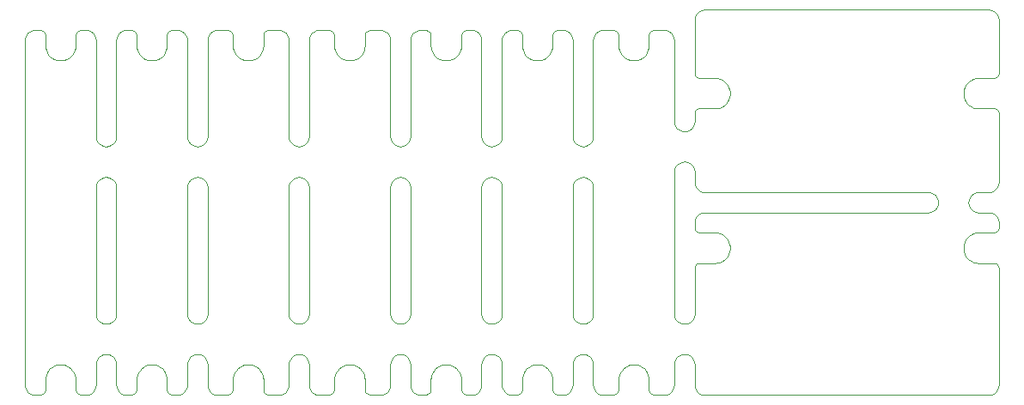
<source format=gko>
G04*
G04 #@! TF.GenerationSoftware,Altium Limited,Altium Designer,20.1.11 (218)*
G04*
G04 Layer_Color=16711935*
%FSLAX25Y25*%
%MOIN*%
G70*
G04*
G04 #@! TF.SameCoordinates,12770DE6-1CAA-4FEE-BE88-2AEBEB1706B4*
G04*
G04*
G04 #@! TF.FilePolarity,Positive*
G04*
G01*
G75*
%ADD36C,0.00394*%
D36*
X0Y3937D02*
X134Y2918D01*
X527Y1969D01*
X1153Y1153D01*
X1969Y527D01*
X2918Y134D01*
X3937Y0D01*
X23622D02*
X24641Y134D01*
X25591Y527D01*
X26406Y1153D01*
X27032Y1969D01*
X27425Y2918D01*
X27559Y3937D01*
Y137795D02*
X27425Y138814D01*
X27032Y139764D01*
X26406Y140579D01*
X25591Y141205D01*
X24641Y141598D01*
X23622Y141732D01*
X3937D02*
X2918Y141598D01*
X1969Y141205D01*
X1153Y140579D01*
X527Y139764D01*
X134Y138814D01*
X0Y137795D01*
X19685Y5906D02*
X19604Y6877D01*
X19365Y7823D01*
X18973Y8716D01*
X18440Y9533D01*
X17779Y10250D01*
X17009Y10849D01*
X16152Y11314D01*
X15229Y11630D01*
X14267Y11791D01*
X13292D01*
X12330Y11630D01*
X11407Y11314D01*
X10549Y10849D01*
X9780Y10250D01*
X9119Y9533D01*
X8586Y8716D01*
X8194Y7823D01*
X7955Y6877D01*
X7874Y5906D01*
X19685Y1969D02*
X19949Y984D01*
X20669Y264D01*
X21654Y0D01*
X5906D02*
X6890Y264D01*
X7610Y984D01*
X7874Y1969D01*
X21654Y141732D02*
X20669Y141469D01*
X19949Y140748D01*
X19685Y139764D01*
X7874D02*
X7610Y140748D01*
X6890Y141469D01*
X5906Y141732D01*
X7874Y135827D02*
X7955Y134855D01*
X8194Y133909D01*
X8586Y133016D01*
X9119Y132200D01*
X9780Y131482D01*
X10549Y130883D01*
X11407Y130419D01*
X12330Y130102D01*
X13292Y129941D01*
X14267D01*
X15229Y130102D01*
X16152Y130419D01*
X17009Y130883D01*
X17779Y131482D01*
X18440Y132200D01*
X18973Y133016D01*
X19365Y133909D01*
X19604Y134855D01*
X19685Y135827D01*
X35433Y3937D02*
X35567Y2918D01*
X35961Y1969D01*
X36586Y1153D01*
X37402Y527D01*
X38351Y134D01*
X39370Y0D01*
X59055D02*
X60074Y134D01*
X61024Y527D01*
X61839Y1153D01*
X62465Y1969D01*
X62858Y2918D01*
X62992Y3937D01*
Y137795D02*
X62858Y138814D01*
X62465Y139764D01*
X61839Y140579D01*
X61024Y141205D01*
X60074Y141598D01*
X59055Y141732D01*
X39370D02*
X38351Y141598D01*
X37402Y141205D01*
X36586Y140579D01*
X35961Y139764D01*
X35567Y138814D01*
X35433Y137795D01*
X55118Y5906D02*
X55038Y6877D01*
X54798Y7823D01*
X54406Y8716D01*
X53873Y9533D01*
X53212Y10250D01*
X52443Y10849D01*
X51585Y11314D01*
X50662Y11630D01*
X49700Y11791D01*
X48725D01*
X47763Y11630D01*
X46840Y11314D01*
X45983Y10849D01*
X45213Y10250D01*
X44552Y9533D01*
X44019Y8716D01*
X43627Y7823D01*
X43388Y6877D01*
X43307Y5906D01*
X55118Y1969D02*
X55382Y984D01*
X56102Y264D01*
X57087Y0D01*
X41339D02*
X42323Y264D01*
X43043Y984D01*
X43307Y1969D01*
X57087Y141732D02*
X56102Y141469D01*
X55382Y140748D01*
X55118Y139764D01*
X43307D02*
X43043Y140748D01*
X42323Y141469D01*
X41339Y141732D01*
X43307Y135827D02*
X43388Y134855D01*
X43627Y133909D01*
X44019Y133016D01*
X44552Y132200D01*
X45213Y131482D01*
X45983Y130883D01*
X46840Y130419D01*
X47763Y130102D01*
X48725Y129941D01*
X49700D01*
X50662Y130102D01*
X51585Y130419D01*
X52443Y130883D01*
X53212Y131482D01*
X53873Y132200D01*
X54406Y133016D01*
X54798Y133909D01*
X55038Y134855D01*
X55118Y135827D01*
X70866Y3937D02*
X71000Y2918D01*
X71394Y1969D01*
X72019Y1153D01*
X72835Y527D01*
X73784Y134D01*
X74803Y0D01*
X98425D02*
X99444Y134D01*
X100394Y527D01*
X101209Y1153D01*
X101835Y1969D01*
X102228Y2918D01*
X102362Y3937D01*
Y137795D02*
X102228Y138814D01*
X101835Y139764D01*
X101209Y140579D01*
X100394Y141205D01*
X99444Y141598D01*
X98425Y141732D01*
X74803D02*
X73784Y141598D01*
X72835Y141205D01*
X72019Y140579D01*
X71394Y139764D01*
X71000Y138814D01*
X70866Y137795D01*
X92520Y5906D02*
X92439Y6877D01*
X92200Y7823D01*
X91808Y8716D01*
X91274Y9533D01*
X90614Y10250D01*
X89844Y10849D01*
X88986Y11314D01*
X88064Y11630D01*
X87102Y11791D01*
X86127D01*
X85164Y11630D01*
X84242Y11314D01*
X83384Y10849D01*
X82614Y10250D01*
X81954Y9533D01*
X81420Y8716D01*
X81029Y7823D01*
X80789Y6877D01*
X80709Y5906D01*
X92520Y1969D02*
X92783Y984D01*
X93504Y264D01*
X94488Y0D01*
X78740D02*
X79724Y264D01*
X80445Y984D01*
X80709Y1969D01*
X94488Y141732D02*
X93504Y141469D01*
X92783Y140748D01*
X92520Y139764D01*
X80709D02*
X80445Y140748D01*
X79724Y141469D01*
X78740Y141732D01*
X80709Y135827D02*
X80789Y134855D01*
X81029Y133909D01*
X81420Y133016D01*
X81954Y132200D01*
X82614Y131482D01*
X83384Y130883D01*
X84242Y130419D01*
X85164Y130102D01*
X86127Y129941D01*
X87102D01*
X88064Y130102D01*
X88986Y130419D01*
X89844Y130883D01*
X90614Y131482D01*
X91274Y132200D01*
X91808Y133016D01*
X92200Y133909D01*
X92439Y134855D01*
X92520Y135827D01*
X120079D02*
X120159Y134855D01*
X120399Y133909D01*
X120791Y133016D01*
X121324Y132200D01*
X121985Y131482D01*
X122754Y130883D01*
X123612Y130419D01*
X124534Y130102D01*
X125497Y129941D01*
X126472D01*
X127434Y130102D01*
X128357Y130419D01*
X129214Y130883D01*
X129984Y131482D01*
X130645Y132200D01*
X131178Y133016D01*
X131570Y133909D01*
X131809Y134855D01*
X131890Y135827D01*
X120079Y139764D02*
X119815Y140748D01*
X119095Y141469D01*
X118110Y141732D01*
X133858D02*
X132874Y141469D01*
X132153Y140748D01*
X131890Y139764D01*
X118110Y0D02*
X119095Y264D01*
X119815Y984D01*
X120079Y1969D01*
X131890D02*
X132153Y984D01*
X132874Y264D01*
X133858Y0D01*
X131890Y5906D02*
X131809Y6877D01*
X131570Y7823D01*
X131178Y8716D01*
X130645Y9533D01*
X129984Y10250D01*
X129214Y10849D01*
X128357Y11314D01*
X127434Y11630D01*
X126472Y11791D01*
X125497D01*
X124534Y11630D01*
X123612Y11314D01*
X122754Y10849D01*
X121985Y10250D01*
X121324Y9533D01*
X120791Y8716D01*
X120399Y7823D01*
X120159Y6877D01*
X120079Y5906D01*
X114173Y141732D02*
X113154Y141598D01*
X112205Y141205D01*
X111389Y140579D01*
X110764Y139764D01*
X110370Y138814D01*
X110236Y137795D01*
X141732D02*
X141598Y138814D01*
X141205Y139764D01*
X140579Y140579D01*
X139764Y141205D01*
X138814Y141598D01*
X137795Y141732D01*
Y0D02*
X138814Y134D01*
X139764Y527D01*
X140579Y1153D01*
X141205Y1969D01*
X141598Y2918D01*
X141732Y3937D01*
X110236D02*
X110370Y2918D01*
X110764Y1969D01*
X111389Y1153D01*
X112205Y527D01*
X113154Y134D01*
X114173Y0D01*
X149606Y3937D02*
X149741Y2918D01*
X150134Y1969D01*
X150759Y1153D01*
X151575Y527D01*
X152524Y134D01*
X153543Y0D01*
X173228D02*
X174247Y134D01*
X175197Y527D01*
X176012Y1153D01*
X176638Y1969D01*
X177031Y2918D01*
X177165Y3937D01*
Y137795D02*
X177031Y138814D01*
X176638Y139764D01*
X176012Y140579D01*
X175197Y141205D01*
X174247Y141598D01*
X173228Y141732D01*
X153543D02*
X152524Y141598D01*
X151575Y141205D01*
X150759Y140579D01*
X150134Y139764D01*
X149741Y138814D01*
X149606Y137795D01*
X169291Y5906D02*
X169211Y6877D01*
X168971Y7823D01*
X168580Y8716D01*
X168046Y9533D01*
X167385Y10250D01*
X166616Y10849D01*
X165758Y11314D01*
X164836Y11630D01*
X163874Y11791D01*
X162898D01*
X161936Y11630D01*
X161014Y11314D01*
X160156Y10849D01*
X159386Y10250D01*
X158726Y9533D01*
X158192Y8716D01*
X157800Y7823D01*
X157561Y6877D01*
X157480Y5906D01*
X169291Y1969D02*
X169555Y984D01*
X170276Y264D01*
X171260Y0D01*
X155512D02*
X156496Y264D01*
X157217Y984D01*
X157480Y1969D01*
X171260Y141732D02*
X170276Y141469D01*
X169555Y140748D01*
X169291Y139764D01*
X157480D02*
X157217Y140748D01*
X156496Y141469D01*
X155512Y141732D01*
X157480Y135827D02*
X157561Y134855D01*
X157800Y133909D01*
X158192Y133016D01*
X158726Y132200D01*
X159386Y131482D01*
X160156Y130883D01*
X161014Y130419D01*
X161936Y130102D01*
X162898Y129941D01*
X163874D01*
X164836Y130102D01*
X165758Y130419D01*
X166616Y130883D01*
X167385Y131482D01*
X168046Y132200D01*
X168580Y133016D01*
X168971Y133909D01*
X169211Y134855D01*
X169291Y135827D01*
X185039Y3937D02*
X185173Y2918D01*
X185567Y1969D01*
X186193Y1153D01*
X187008Y527D01*
X187957Y134D01*
X188976Y0D01*
X208661D02*
X209680Y134D01*
X210630Y527D01*
X211445Y1153D01*
X212071Y1969D01*
X212464Y2918D01*
X212598Y3937D01*
Y137795D02*
X212464Y138814D01*
X212071Y139764D01*
X211445Y140579D01*
X210630Y141205D01*
X209680Y141598D01*
X208661Y141732D01*
X188976D02*
X187957Y141598D01*
X187008Y141205D01*
X186193Y140579D01*
X185567Y139764D01*
X185173Y138814D01*
X185039Y137795D01*
X204724Y5906D02*
X204644Y6877D01*
X204404Y7823D01*
X204013Y8716D01*
X203479Y9533D01*
X202819Y10250D01*
X202049Y10849D01*
X201191Y11314D01*
X200269Y11630D01*
X199307Y11791D01*
X198331D01*
X197369Y11630D01*
X196447Y11314D01*
X195589Y10849D01*
X194819Y10250D01*
X194159Y9533D01*
X193625Y8716D01*
X193233Y7823D01*
X192994Y6877D01*
X192913Y5906D01*
X204724Y1969D02*
X204988Y984D01*
X205709Y264D01*
X206693Y0D01*
X190945D02*
X191929Y264D01*
X192650Y984D01*
X192913Y1969D01*
X206693Y141732D02*
X205709Y141469D01*
X204988Y140748D01*
X204724Y139764D01*
X192913D02*
X192650Y140748D01*
X191929Y141469D01*
X190945Y141732D01*
X192913Y135827D02*
X192994Y134855D01*
X193233Y133909D01*
X193625Y133016D01*
X194159Y132200D01*
X194819Y131482D01*
X195589Y130883D01*
X196447Y130419D01*
X197369Y130102D01*
X198331Y129941D01*
X199307D01*
X200269Y130102D01*
X201191Y130419D01*
X202049Y130883D01*
X202819Y131482D01*
X203479Y132200D01*
X204013Y133016D01*
X204404Y133909D01*
X204644Y134855D01*
X204724Y135827D01*
X220472Y3937D02*
X220607Y2918D01*
X221000Y1969D01*
X221626Y1153D01*
X222441Y527D01*
X223391Y134D01*
X224410Y0D01*
X248031D02*
X249050Y134D01*
X250000Y527D01*
X250815Y1153D01*
X251441Y1969D01*
X251834Y2918D01*
X251969Y3937D01*
Y137795D02*
X251834Y138814D01*
X251441Y139764D01*
X250815Y140579D01*
X250000Y141205D01*
X249050Y141598D01*
X248031Y141732D01*
X224410D02*
X223391Y141598D01*
X222441Y141205D01*
X221626Y140579D01*
X221000Y139764D01*
X220607Y138814D01*
X220472Y137795D01*
X242126Y5906D02*
X242045Y6877D01*
X241806Y7823D01*
X241414Y8716D01*
X240881Y9533D01*
X240220Y10250D01*
X239451Y10849D01*
X238593Y11314D01*
X237670Y11630D01*
X236708Y11791D01*
X235733D01*
X234771Y11630D01*
X233848Y11314D01*
X232991Y10849D01*
X232221Y10250D01*
X231560Y9533D01*
X231027Y8716D01*
X230635Y7823D01*
X230396Y6877D01*
X230315Y5906D01*
X242126Y1969D02*
X242390Y984D01*
X243110Y264D01*
X244094Y0D01*
X228346D02*
X229331Y264D01*
X230051Y984D01*
X230315Y1969D01*
X244094Y141732D02*
X243110Y141469D01*
X242390Y140748D01*
X242126Y139764D01*
X230315D02*
X230051Y140748D01*
X229331Y141469D01*
X228346Y141732D01*
X230315Y135827D02*
X230396Y134855D01*
X230635Y133909D01*
X231027Y133016D01*
X231560Y132200D01*
X232221Y131482D01*
X232991Y130883D01*
X233848Y130419D01*
X234771Y130102D01*
X235733Y129941D01*
X236708D01*
X237670Y130102D01*
X238593Y130419D01*
X239451Y130883D01*
X240220Y131482D01*
X240881Y132200D01*
X241414Y133016D01*
X241806Y133909D01*
X242045Y134855D01*
X242126Y135827D01*
X374016Y-0D02*
X375035Y134D01*
X375984Y527D01*
X376800Y1153D01*
X377425Y1969D01*
X377819Y2918D01*
X377953Y3937D01*
Y66929D02*
X377819Y67948D01*
X377425Y68898D01*
X376800Y69713D01*
X375984Y70339D01*
X375035Y70732D01*
X374016Y70866D01*
X263779D02*
X262761Y70732D01*
X261811Y70339D01*
X260996Y69713D01*
X260370Y68898D01*
X259977Y67948D01*
X259842Y66929D01*
Y3937D02*
X259977Y2918D01*
X260370Y1969D01*
X260996Y1153D01*
X261811Y527D01*
X262761Y134D01*
X263779Y-0D01*
X370079Y62992D02*
X369107Y62912D01*
X368161Y62672D01*
X367268Y62280D01*
X366452Y61747D01*
X365734Y61086D01*
X365135Y60317D01*
X364671Y59459D01*
X364354Y58536D01*
X364193Y57574D01*
Y56599D01*
X364354Y55637D01*
X364671Y54714D01*
X365135Y53857D01*
X365734Y53087D01*
X366452Y52426D01*
X367268Y51893D01*
X368161Y51501D01*
X369107Y51262D01*
X370079Y51181D01*
X375984Y62992D02*
X376969Y63256D01*
X377689Y63976D01*
X377953Y64961D01*
Y49213D02*
X377689Y50197D01*
X376969Y50917D01*
X375984Y51181D01*
X259842Y64961D02*
X260106Y63976D01*
X260827Y63256D01*
X261811Y62992D01*
Y51181D02*
X260827Y50917D01*
X260106Y50197D01*
X259842Y49213D01*
X267717Y51181D02*
X268689Y51262D01*
X269634Y51501D01*
X270527Y51893D01*
X271344Y52426D01*
X272061Y53087D01*
X272660Y53857D01*
X273125Y54714D01*
X273441Y55637D01*
X273602Y56599D01*
Y57574D01*
X273441Y58536D01*
X273125Y59459D01*
X272660Y60317D01*
X272061Y61086D01*
X271344Y61747D01*
X270527Y62280D01*
X269634Y62672D01*
X268689Y62912D01*
X267717Y62992D01*
X374016Y78740D02*
X375035Y78874D01*
X375984Y79268D01*
X376800Y79893D01*
X377425Y80709D01*
X377819Y81658D01*
X377953Y82677D01*
Y145669D02*
X377819Y146688D01*
X377425Y147638D01*
X376800Y148453D01*
X375984Y149079D01*
X375035Y149472D01*
X374016Y149606D01*
X263779D02*
X262761Y149472D01*
X261811Y149079D01*
X260996Y148453D01*
X260370Y147638D01*
X259977Y146688D01*
X259842Y145669D01*
X259842Y82677D02*
X259977Y81658D01*
X260370Y80709D01*
X260996Y79893D01*
X261811Y79268D01*
X262760Y78874D01*
X263779Y78740D01*
X370079Y123031D02*
X369107Y122951D01*
X368161Y122712D01*
X367268Y122320D01*
X366452Y121786D01*
X365734Y121126D01*
X365135Y120356D01*
X364671Y119498D01*
X364354Y118576D01*
X364193Y117614D01*
Y116638D01*
X364354Y115676D01*
X364671Y114754D01*
X365135Y113896D01*
X365734Y113126D01*
X366452Y112466D01*
X367268Y111932D01*
X368161Y111540D01*
X369107Y111301D01*
X370079Y111221D01*
X375984Y123031D02*
X376969Y123295D01*
X377689Y124016D01*
X377953Y125000D01*
Y109252D02*
X377689Y110236D01*
X376969Y110957D01*
X375984Y111221D01*
X259842Y125000D02*
X260106Y124016D01*
X260827Y123295D01*
X261811Y123031D01*
Y111221D02*
X260827Y110957D01*
X260106Y110236D01*
X259842Y109252D01*
X267717Y111221D02*
X268689Y111301D01*
X269634Y111540D01*
X270527Y111932D01*
X271344Y112466D01*
X272061Y113126D01*
X272660Y113896D01*
X273125Y114754D01*
X273441Y115676D01*
X273602Y116638D01*
Y117614D01*
X273441Y118576D01*
X273125Y119498D01*
X272660Y120356D01*
X272061Y121126D01*
X271344Y121786D01*
X270527Y122320D01*
X269634Y122712D01*
X268689Y122951D01*
X267717Y123031D01*
X27559Y100394D02*
X27693Y99375D01*
X28087Y98425D01*
X28712Y97610D01*
X29528Y96984D01*
X30477Y96591D01*
X31496Y96457D01*
X32515Y96591D01*
X33465Y96984D01*
X34280Y97610D01*
X34906Y98425D01*
X35299Y99375D01*
X35433Y100394D01*
Y11811D02*
X35299Y12830D01*
X34906Y13780D01*
X34280Y14595D01*
X33465Y15221D01*
X32515Y15614D01*
X31496Y15748D01*
X30477Y15614D01*
X29528Y15221D01*
X28712Y14595D01*
X28087Y13780D01*
X27693Y12830D01*
X27559Y11811D01*
X35433Y80709D02*
X35299Y81728D01*
X34906Y82677D01*
X34280Y83493D01*
X33465Y84118D01*
X32515Y84512D01*
X31496Y84646D01*
X30477Y84512D01*
X29528Y84118D01*
X28712Y83493D01*
X28087Y82677D01*
X27693Y81728D01*
X27559Y80709D01*
X70866D02*
X70732Y81728D01*
X70339Y82677D01*
X69713Y83493D01*
X68898Y84118D01*
X67948Y84512D01*
X66929Y84646D01*
X65910Y84512D01*
X64961Y84118D01*
X64145Y83493D01*
X63520Y82677D01*
X63126Y81728D01*
X62992Y80709D01*
X70866Y11811D02*
X70732Y12830D01*
X70339Y13780D01*
X69713Y14595D01*
X68898Y15221D01*
X67948Y15614D01*
X66929Y15748D01*
X65910Y15614D01*
X64961Y15221D01*
X64145Y14595D01*
X63520Y13780D01*
X63126Y12830D01*
X62992Y11811D01*
Y100394D02*
X63126Y99375D01*
X63520Y98425D01*
X64145Y97610D01*
X64961Y96984D01*
X65910Y96591D01*
X66929Y96457D01*
X67948Y96591D01*
X68898Y96984D01*
X69713Y97610D01*
X70339Y98425D01*
X70732Y99375D01*
X70866Y100394D01*
X110236Y80709D02*
X110102Y81728D01*
X109709Y82677D01*
X109083Y83493D01*
X108268Y84118D01*
X107318Y84512D01*
X106299Y84646D01*
X105280Y84512D01*
X104331Y84118D01*
X103515Y83493D01*
X102890Y82677D01*
X102496Y81728D01*
X102362Y80709D01*
X110236Y11811D02*
X110102Y12830D01*
X109709Y13780D01*
X109083Y14595D01*
X108268Y15221D01*
X107318Y15614D01*
X106299Y15748D01*
X105280Y15614D01*
X104331Y15221D01*
X103515Y14595D01*
X102890Y13780D01*
X102496Y12830D01*
X102362Y11811D01*
Y100394D02*
X102496Y99375D01*
X102890Y98425D01*
X103515Y97610D01*
X104331Y96984D01*
X105280Y96591D01*
X106299Y96457D01*
X107318Y96591D01*
X108268Y96984D01*
X109083Y97610D01*
X109709Y98425D01*
X110102Y99375D01*
X110236Y100394D01*
X149606Y80709D02*
X149472Y81728D01*
X149079Y82677D01*
X148453Y83493D01*
X147638Y84118D01*
X146688Y84512D01*
X145669Y84646D01*
X144650Y84512D01*
X143701Y84118D01*
X142885Y83493D01*
X142260Y82677D01*
X141866Y81728D01*
X141732Y80709D01*
X149606Y11811D02*
X149472Y12830D01*
X149079Y13780D01*
X148453Y14595D01*
X147638Y15221D01*
X146688Y15614D01*
X145669Y15748D01*
X144650Y15614D01*
X143701Y15221D01*
X142885Y14595D01*
X142260Y13780D01*
X141866Y12830D01*
X141732Y11811D01*
Y100394D02*
X141866Y99375D01*
X142260Y98425D01*
X142885Y97610D01*
X143701Y96984D01*
X144650Y96591D01*
X145669Y96457D01*
X146688Y96591D01*
X147638Y96984D01*
X148453Y97610D01*
X149079Y98425D01*
X149472Y99375D01*
X149606Y100394D01*
X185039Y80709D02*
X184905Y81728D01*
X184512Y82677D01*
X183886Y83493D01*
X183071Y84118D01*
X182121Y84512D01*
X181102Y84646D01*
X180083Y84512D01*
X179134Y84118D01*
X178319Y83493D01*
X177693Y82677D01*
X177299Y81728D01*
X177165Y80709D01*
X185039Y11811D02*
X184905Y12830D01*
X184512Y13780D01*
X183886Y14595D01*
X183071Y15221D01*
X182121Y15614D01*
X181102Y15748D01*
X180083Y15614D01*
X179134Y15221D01*
X178319Y14595D01*
X177693Y13780D01*
X177299Y12830D01*
X177165Y11811D01*
Y100394D02*
X177299Y99375D01*
X177693Y98425D01*
X178319Y97610D01*
X179134Y96984D01*
X180083Y96591D01*
X181102Y96457D01*
X182121Y96591D01*
X183071Y96984D01*
X183886Y97610D01*
X184512Y98425D01*
X184905Y99375D01*
X185039Y100394D01*
X220472Y80709D02*
X220338Y81728D01*
X219945Y82677D01*
X219319Y83493D01*
X218504Y84118D01*
X217554Y84512D01*
X216535Y84646D01*
X215516Y84512D01*
X214567Y84118D01*
X213752Y83493D01*
X213126Y82677D01*
X212733Y81728D01*
X212598Y80709D01*
X220472Y11811D02*
X220338Y12830D01*
X219945Y13780D01*
X219319Y14595D01*
X218504Y15221D01*
X217554Y15614D01*
X216535Y15748D01*
X215516Y15614D01*
X214567Y15221D01*
X213752Y14595D01*
X213126Y13780D01*
X212733Y12830D01*
X212598Y11811D01*
Y100394D02*
X212733Y99375D01*
X213126Y98425D01*
X213752Y97610D01*
X214567Y96984D01*
X215516Y96591D01*
X216535Y96457D01*
X217554Y96591D01*
X218504Y96984D01*
X219319Y97610D01*
X219945Y98425D01*
X220338Y99375D01*
X220472Y100394D01*
X259842Y86614D02*
X259708Y87633D01*
X259315Y88583D01*
X258689Y89398D01*
X257874Y90024D01*
X256925Y90417D01*
X255906Y90551D01*
X254887Y90417D01*
X253937Y90024D01*
X253122Y89398D01*
X252496Y88583D01*
X252103Y87633D01*
X251969Y86614D01*
X259842Y11811D02*
X259708Y12830D01*
X259315Y13780D01*
X258689Y14595D01*
X257874Y15221D01*
X256925Y15614D01*
X255906Y15748D01*
X254887Y15614D01*
X253937Y15221D01*
X253122Y14595D01*
X252496Y13780D01*
X252103Y12830D01*
X251969Y11811D01*
X251969Y106299D02*
X252103Y105280D01*
X252496Y104331D01*
X253122Y103515D01*
X253937Y102890D01*
X254887Y102496D01*
X255906Y102362D01*
X256925Y102496D01*
X257874Y102890D01*
X258689Y103515D01*
X259315Y104331D01*
X259708Y105280D01*
X259842Y106299D01*
X350394Y70866D02*
X351413Y71000D01*
X352362Y71394D01*
X353178Y72019D01*
X353803Y72835D01*
X354197Y73784D01*
X354331Y74803D01*
X354197Y75822D01*
X353803Y76772D01*
X353178Y77587D01*
X352362Y78213D01*
X351413Y78606D01*
X350394Y78740D01*
X370079D02*
X369060Y78606D01*
X368110Y78213D01*
X367295Y77587D01*
X366669Y76772D01*
X366276Y75822D01*
X366142Y74803D01*
X366276Y73784D01*
X366669Y72835D01*
X367295Y72019D01*
X368110Y71394D01*
X369060Y71000D01*
X370079Y70866D01*
X212598Y31496D02*
X212733Y30477D01*
X213126Y29528D01*
X213752Y28712D01*
X214567Y28087D01*
X215516Y27693D01*
X216535Y27559D01*
X217554Y27693D01*
X218504Y28087D01*
X219319Y28712D01*
X219945Y29528D01*
X220338Y30477D01*
X220472Y31496D01*
X177165D02*
X177299Y30477D01*
X177693Y29528D01*
X178319Y28712D01*
X179134Y28087D01*
X180083Y27693D01*
X181102Y27559D01*
X182121Y27693D01*
X183071Y28087D01*
X183886Y28712D01*
X184512Y29528D01*
X184905Y30477D01*
X185039Y31496D01*
X251969D02*
X252103Y30477D01*
X252496Y29528D01*
X253122Y28712D01*
X253937Y28087D01*
X254887Y27693D01*
X255906Y27559D01*
X256925Y27693D01*
X257874Y28087D01*
X258689Y28712D01*
X259315Y29528D01*
X259708Y30477D01*
X259842Y31496D01*
X141732D02*
X141866Y30477D01*
X142260Y29528D01*
X142885Y28712D01*
X143701Y28087D01*
X144650Y27693D01*
X145669Y27559D01*
X146688Y27693D01*
X147638Y28087D01*
X148453Y28712D01*
X149079Y29528D01*
X149472Y30477D01*
X149606Y31496D01*
X102362D02*
X102496Y30477D01*
X102890Y29528D01*
X103515Y28712D01*
X104331Y28087D01*
X105280Y27693D01*
X106299Y27559D01*
X107318Y27693D01*
X108268Y28087D01*
X109083Y28712D01*
X109709Y29528D01*
X110102Y30477D01*
X110236Y31496D01*
X62992D02*
X63126Y30477D01*
X63520Y29528D01*
X64145Y28712D01*
X64961Y28087D01*
X65910Y27693D01*
X66929Y27559D01*
X67948Y27693D01*
X68898Y28087D01*
X69713Y28712D01*
X70339Y29528D01*
X70732Y30477D01*
X70866Y31496D01*
X27559D02*
X27693Y30477D01*
X28087Y29528D01*
X28712Y28712D01*
X29528Y28087D01*
X30477Y27693D01*
X31496Y27559D01*
X32515Y27693D01*
X33465Y28087D01*
X34280Y28712D01*
X34906Y29528D01*
X35299Y30477D01*
X35433Y31496D01*
X0Y3937D02*
Y137795D01*
X3937Y141732D02*
X5906D01*
X27559Y100394D02*
Y137795D01*
X21654Y141732D02*
X23622D01*
X21654Y0D02*
X23622D01*
X3937D02*
X5906D01*
X19685Y1969D02*
Y5906D01*
X7874Y1969D02*
Y5906D01*
X19685Y135827D02*
Y139764D01*
X7874Y135827D02*
Y139764D01*
X39370Y141732D02*
X41339D01*
X57087D02*
X59055D01*
X57087Y0D02*
X59055D01*
X39370D02*
X41339D01*
X55118Y1969D02*
Y5906D01*
X43307Y1969D02*
Y5906D01*
X55118Y135827D02*
Y139764D01*
X43307Y135827D02*
Y139764D01*
X74803Y141732D02*
X78740D01*
X94488D02*
X98425D01*
X94488Y0D02*
X98425D01*
X74803D02*
X78740D01*
X92520Y1969D02*
Y5906D01*
X80709Y1969D02*
Y5906D01*
X92520Y135827D02*
Y139764D01*
X80709Y135827D02*
Y139764D01*
X120079Y135827D02*
Y139764D01*
X131890Y135827D02*
Y139764D01*
X120079Y1969D02*
Y5906D01*
X131890Y1969D02*
Y5906D01*
X114173Y0D02*
X118110D01*
X133858D02*
X137795D01*
X133858Y141732D02*
X137795D01*
X114173D02*
X118110D01*
X153543D02*
X155512D01*
X171260D02*
X173228D01*
X171260Y0D02*
X173228D01*
X153543D02*
X155512D01*
X169291Y1969D02*
Y5906D01*
X157480Y1969D02*
Y5906D01*
X169291Y135827D02*
Y139764D01*
X157480Y135827D02*
Y139764D01*
X188976Y141732D02*
X190945D01*
X206693D02*
X208661D01*
X206693Y0D02*
X208661D01*
X188976D02*
X190945D01*
X204724Y1969D02*
Y5906D01*
X192913Y1969D02*
Y5906D01*
X204724Y135827D02*
Y139764D01*
X192913Y135827D02*
Y139764D01*
X224410Y141732D02*
X228346D01*
X244094D02*
X248031D01*
X244094Y0D02*
X248031D01*
X224410D02*
X228346D01*
X242126Y1969D02*
Y5906D01*
X230315Y1969D02*
Y5906D01*
X242126Y135827D02*
Y139764D01*
X230315Y135827D02*
Y139764D01*
X259842Y3937D02*
Y11811D01*
Y64961D02*
Y66929D01*
X377953Y64961D02*
Y66929D01*
Y3937D02*
Y49213D01*
X370079Y62992D02*
X375984D01*
X370079Y51181D02*
X375984D01*
X261811Y62992D02*
X267717D01*
X261811Y51181D02*
X267717D01*
X259842Y106299D02*
Y109252D01*
X263780Y149606D02*
X374025D01*
X259842Y125000D02*
Y145669D01*
X377953Y125000D02*
Y145669D01*
Y82677D02*
Y109252D01*
X370079Y123032D02*
X375984D01*
X370079Y111221D02*
X375984Y111221D01*
X261811Y123032D02*
X267717D01*
X261811Y111221D02*
X267717D01*
X27559Y31496D02*
Y80709D01*
X27559Y3937D02*
Y11811D01*
X35433Y3937D02*
Y11811D01*
X35433Y31496D02*
Y80709D01*
X70866Y31496D02*
Y80709D01*
X70866Y3937D02*
Y11811D01*
X62992Y3937D02*
Y11811D01*
X62992Y31496D02*
Y80709D01*
X110236Y31496D02*
Y80709D01*
X110236Y3937D02*
Y11811D01*
X102362Y3937D02*
Y11811D01*
X102362Y31496D02*
Y80709D01*
X149606Y31496D02*
Y80709D01*
X149606Y3937D02*
Y11811D01*
X141732Y3937D02*
Y11811D01*
X141732Y31496D02*
Y80709D01*
X185039Y31496D02*
Y80709D01*
X185039Y3937D02*
Y11811D01*
X177165Y3937D02*
Y11811D01*
X177165Y31496D02*
Y80709D01*
X220472Y31496D02*
Y80709D01*
X220472Y3937D02*
Y11811D01*
X212598Y3937D02*
Y11811D01*
X212598Y31496D02*
Y80709D01*
X263779Y0D02*
X374016Y-0D01*
X263779Y78740D02*
X350394Y78740D01*
X370079Y78740D02*
X374016D01*
X370079Y70866D02*
X374016D01*
X263779Y70866D02*
X350394Y70866D01*
X259842Y31496D02*
Y49213D01*
Y82677D02*
Y86614D01*
X251969Y3937D02*
Y11811D01*
Y31496D02*
Y86614D01*
Y106299D02*
Y137795D01*
X35433Y100394D02*
Y137795D01*
X62992Y100394D02*
Y137795D01*
X70866Y100394D02*
Y137795D01*
X102362Y100394D02*
Y137795D01*
X110236Y100394D02*
Y137795D01*
X141732Y100394D02*
Y137795D01*
X149606Y100394D02*
Y137795D01*
X177165Y100394D02*
Y137795D01*
X185039Y100394D02*
Y137795D01*
X212598Y100394D02*
Y137795D01*
X220472Y100394D02*
Y137795D01*
M02*

</source>
